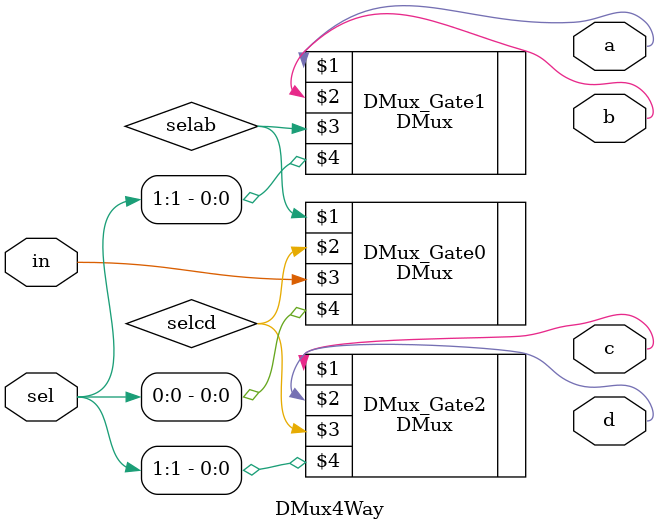
<source format=v>
`include "DMux.v"

module DMux4Way(a, b, c, d, in, sel);

output a, b, c, d;
input in;
input [1:0] sel;

wire selab, selcd;

DMux DMux_Gate0(selab, selcd, in, sel[0]);
DMux DMux_Gate1(a, b, selab, sel[1]);
DMux DMux_Gate2(c, d, selcd, sel[1]);

endmodule
</source>
